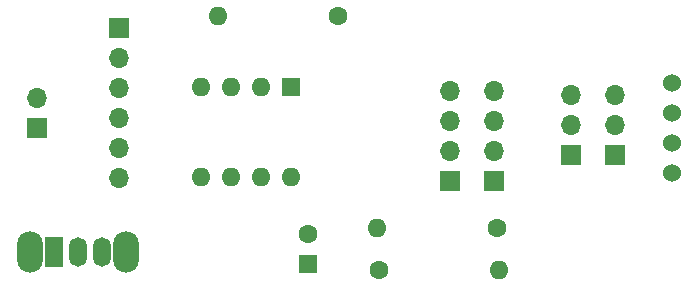
<source format=gbr>
%TF.GenerationSoftware,KiCad,Pcbnew,(5.1.9-0-10_14)*%
%TF.CreationDate,2021-08-17T09:45:53+08:00*%
%TF.ProjectId,arduino_oled_sonic,61726475-696e-46f5-9f6f-6c65645f736f,rev?*%
%TF.SameCoordinates,Original*%
%TF.FileFunction,Soldermask,Bot*%
%TF.FilePolarity,Negative*%
%FSLAX46Y46*%
G04 Gerber Fmt 4.6, Leading zero omitted, Abs format (unit mm)*
G04 Created by KiCad (PCBNEW (5.1.9-0-10_14)) date 2021-08-17 09:45:53*
%MOMM*%
%LPD*%
G01*
G04 APERTURE LIST*
%ADD10O,1.600000X1.600000*%
%ADD11C,1.600000*%
%ADD12O,2.200000X3.500000*%
%ADD13O,1.500000X2.500000*%
%ADD14R,1.500000X2.500000*%
%ADD15R,1.600000X1.600000*%
%ADD16O,1.700000X1.700000*%
%ADD17R,1.700000X1.700000*%
%ADD18C,1.530000*%
G04 APERTURE END LIST*
D10*
%TO.C,R3*%
X137338000Y-88865000D03*
D11*
X147498000Y-88865000D03*
%TD*%
D10*
%TO.C,R2*%
X161158000Y-110365000D03*
D11*
X150998000Y-110365000D03*
%TD*%
D10*
%TO.C,R1*%
X150838000Y-106865000D03*
D11*
X160998000Y-106865000D03*
%TD*%
D12*
%TO.C,SW1*%
X129598000Y-108865000D03*
X121398000Y-108865000D03*
D13*
X127498000Y-108865000D03*
X125498000Y-108865000D03*
D14*
X123498000Y-108865000D03*
%TD*%
D10*
%TO.C,U4*%
X143498000Y-102485000D03*
X135878000Y-94865000D03*
X140958000Y-102485000D03*
X138418000Y-94865000D03*
X138418000Y-102485000D03*
X140958000Y-94865000D03*
X135878000Y-102485000D03*
D15*
X143498000Y-94865000D03*
%TD*%
D16*
%TO.C,J6*%
X128998000Y-102565000D03*
X128998000Y-100025000D03*
X128998000Y-97485000D03*
X128998000Y-94945000D03*
X128998000Y-92405000D03*
D17*
X128998000Y-89865000D03*
%TD*%
D16*
%TO.C,J5*%
X156998000Y-95245000D03*
X156998000Y-97785000D03*
X156998000Y-100325000D03*
D17*
X156998000Y-102865000D03*
%TD*%
D16*
%TO.C,J4*%
X121998000Y-95825000D03*
D17*
X121998000Y-98365000D03*
%TD*%
D11*
%TO.C,C1*%
X144998000Y-107365000D03*
D15*
X144998000Y-109865000D03*
%TD*%
D16*
%TO.C,J3*%
X167248000Y-95535000D03*
X167248000Y-98075000D03*
D17*
X167248000Y-100615000D03*
%TD*%
D16*
%TO.C,J2*%
X170998000Y-95535000D03*
X170998000Y-98075000D03*
D17*
X170998000Y-100615000D03*
%TD*%
D16*
%TO.C,J1*%
X160748000Y-95245000D03*
X160748000Y-97785000D03*
X160748000Y-100325000D03*
D17*
X160748000Y-102865000D03*
%TD*%
D18*
%TO.C,U1*%
X175748000Y-99635000D03*
X175748000Y-97095000D03*
X175748000Y-94555000D03*
X175748000Y-102175000D03*
%TD*%
M02*

</source>
